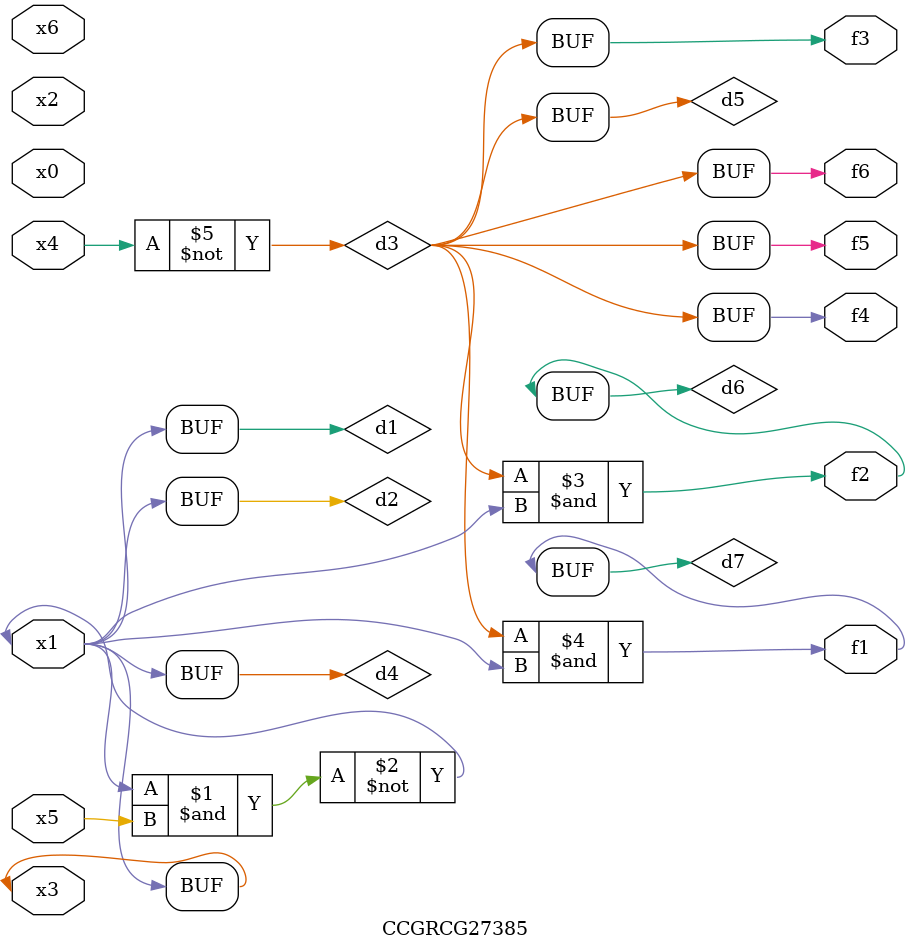
<source format=v>
module CCGRCG27385(
	input x0, x1, x2, x3, x4, x5, x6,
	output f1, f2, f3, f4, f5, f6
);

	wire d1, d2, d3, d4, d5, d6, d7;

	buf (d1, x1, x3);
	nand (d2, x1, x5);
	not (d3, x4);
	buf (d4, d1, d2);
	buf (d5, d3);
	and (d6, d3, d4);
	and (d7, d3, d4);
	assign f1 = d7;
	assign f2 = d6;
	assign f3 = d5;
	assign f4 = d5;
	assign f5 = d5;
	assign f6 = d5;
endmodule

</source>
